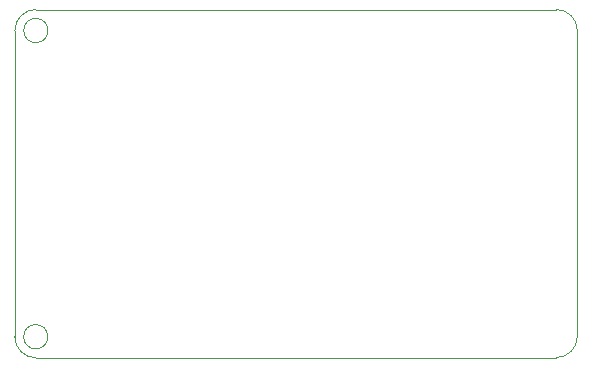
<source format=gbr>
%TF.GenerationSoftware,KiCad,Pcbnew,(6.0.9)*%
%TF.CreationDate,2023-05-25T18:46:17+02:00*%
%TF.ProjectId,tiny1616_dev_board,74696e79-3136-4313-965f-6465765f626f,rev?*%
%TF.SameCoordinates,Original*%
%TF.FileFunction,Profile,NP*%
%FSLAX46Y46*%
G04 Gerber Fmt 4.6, Leading zero omitted, Abs format (unit mm)*
G04 Created by KiCad (PCBNEW (6.0.9)) date 2023-05-25 18:46:17*
%MOMM*%
%LPD*%
G01*
G04 APERTURE LIST*
%TA.AperFunction,Profile*%
%ADD10C,0.100000*%
%TD*%
G04 APERTURE END LIST*
D10*
X88272907Y-38481000D02*
G75*
G03*
X88272907Y-38481000I-1023907J0D01*
G01*
X131318000Y-66167000D02*
X87236236Y-66179764D01*
X85458236Y-64401764D02*
X85471000Y-38481000D01*
X131318000Y-66167000D02*
G75*
G03*
X133096000Y-64389000I0J1778000D01*
G01*
X87249000Y-36703000D02*
G75*
G03*
X85471000Y-38481000I0J-1778000D01*
G01*
X85458236Y-64401764D02*
G75*
G03*
X87236236Y-66179764I1777964J-36D01*
G01*
X133096000Y-38481000D02*
X133096000Y-64389000D01*
X88260107Y-64401800D02*
G75*
G03*
X88260107Y-64401800I-1023907J0D01*
G01*
X87249000Y-36703000D02*
X131318000Y-36703000D01*
X133096000Y-38481000D02*
G75*
G03*
X131318000Y-36703000I-1778000J0D01*
G01*
M02*

</source>
